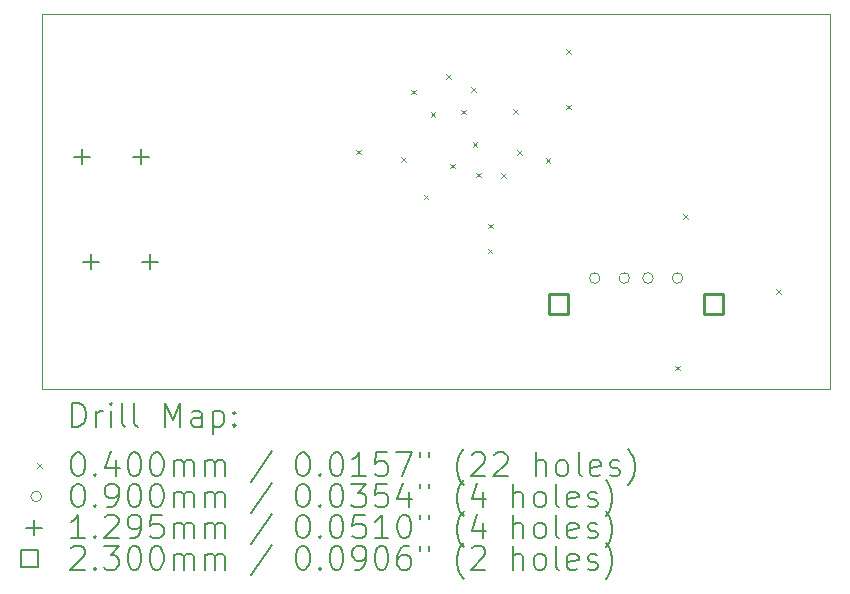
<source format=gbr>
%TF.GenerationSoftware,KiCad,Pcbnew,7.0.10*%
%TF.CreationDate,2024-02-24T17:00:36-05:00*%
%TF.ProjectId,main_buck_board,6d61696e-5f62-4756-936b-5f626f617264,rev?*%
%TF.SameCoordinates,Original*%
%TF.FileFunction,Drillmap*%
%TF.FilePolarity,Positive*%
%FSLAX45Y45*%
G04 Gerber Fmt 4.5, Leading zero omitted, Abs format (unit mm)*
G04 Created by KiCad (PCBNEW 7.0.10) date 2024-02-24 17:00:36*
%MOMM*%
%LPD*%
G01*
G04 APERTURE LIST*
%ADD10C,0.100000*%
%ADD11C,0.200000*%
%ADD12C,0.129540*%
%ADD13C,0.230000*%
G04 APERTURE END LIST*
D10*
X14339250Y-9398000D02*
X21006750Y-9398000D01*
X21006750Y-12573000D01*
X14339250Y-12573000D01*
X14339250Y-9398000D01*
D11*
D10*
X16998000Y-10546400D02*
X17038000Y-10586400D01*
X17038000Y-10546400D02*
X16998000Y-10586400D01*
X17379000Y-10609900D02*
X17419000Y-10649900D01*
X17419000Y-10609900D02*
X17379000Y-10649900D01*
X17462820Y-10038400D02*
X17502820Y-10078400D01*
X17502820Y-10038400D02*
X17462820Y-10078400D01*
X17569500Y-10927400D02*
X17609500Y-10967400D01*
X17609500Y-10927400D02*
X17569500Y-10967400D01*
X17627121Y-10227442D02*
X17667121Y-10267442D01*
X17667121Y-10227442D02*
X17627121Y-10267442D01*
X17757460Y-9908860D02*
X17797460Y-9948860D01*
X17797460Y-9908860D02*
X17757460Y-9948860D01*
X17793020Y-10663240D02*
X17833020Y-10703240D01*
X17833020Y-10663240D02*
X17793020Y-10703240D01*
X17884110Y-10206390D02*
X17924110Y-10246390D01*
X17924110Y-10206390D02*
X17884110Y-10246390D01*
X17968280Y-10018080D02*
X18008280Y-10058080D01*
X18008280Y-10018080D02*
X17968280Y-10058080D01*
X17984750Y-10482900D02*
X18024750Y-10522900D01*
X18024750Y-10482900D02*
X17984750Y-10522900D01*
X18011460Y-10739440D02*
X18051460Y-10779440D01*
X18051460Y-10739440D02*
X18011460Y-10779440D01*
X18110520Y-11384600D02*
X18150520Y-11424600D01*
X18150520Y-11384600D02*
X18110520Y-11424600D01*
X18113060Y-11171240D02*
X18153060Y-11211240D01*
X18153060Y-11171240D02*
X18113060Y-11211240D01*
X18224820Y-10741980D02*
X18264820Y-10781980D01*
X18264820Y-10741980D02*
X18224820Y-10781980D01*
X18327914Y-10200824D02*
X18367914Y-10240824D01*
X18367914Y-10200824D02*
X18327914Y-10240824D01*
X18359250Y-10552500D02*
X18399250Y-10592500D01*
X18399250Y-10552500D02*
X18359250Y-10592500D01*
X18600740Y-10620060D02*
X18640740Y-10660060D01*
X18640740Y-10620060D02*
X18600740Y-10660060D01*
X18776000Y-9695500D02*
X18816000Y-9735500D01*
X18816000Y-9695500D02*
X18776000Y-9735500D01*
X18776000Y-10165400D02*
X18816000Y-10205400D01*
X18816000Y-10165400D02*
X18776000Y-10205400D01*
X19697500Y-12374500D02*
X19737500Y-12414500D01*
X19737500Y-12374500D02*
X19697500Y-12414500D01*
X19764000Y-11092500D02*
X19804000Y-11132500D01*
X19804000Y-11092500D02*
X19764000Y-11132500D01*
X20554000Y-11727500D02*
X20594000Y-11767500D01*
X20594000Y-11727500D02*
X20554000Y-11767500D01*
X19062500Y-11632500D02*
G75*
G03*
X18972500Y-11632500I-45000J0D01*
G01*
X18972500Y-11632500D02*
G75*
G03*
X19062500Y-11632500I45000J0D01*
G01*
X19312500Y-11632500D02*
G75*
G03*
X19222500Y-11632500I-45000J0D01*
G01*
X19222500Y-11632500D02*
G75*
G03*
X19312500Y-11632500I45000J0D01*
G01*
X19512500Y-11632500D02*
G75*
G03*
X19422500Y-11632500I-45000J0D01*
G01*
X19422500Y-11632500D02*
G75*
G03*
X19512500Y-11632500I45000J0D01*
G01*
X19762500Y-11632500D02*
G75*
G03*
X19672500Y-11632500I-45000J0D01*
G01*
X19672500Y-11632500D02*
G75*
G03*
X19762500Y-11632500I45000J0D01*
G01*
D12*
X14676500Y-10539730D02*
X14676500Y-10669270D01*
X14611730Y-10604500D02*
X14741270Y-10604500D01*
X14752510Y-11428730D02*
X14752510Y-11558270D01*
X14687740Y-11493500D02*
X14817280Y-11493500D01*
X15176500Y-10539730D02*
X15176500Y-10669270D01*
X15111730Y-10604500D02*
X15241270Y-10604500D01*
X15252510Y-11428730D02*
X15252510Y-11558270D01*
X15187740Y-11493500D02*
X15317280Y-11493500D01*
D13*
X18791818Y-11933818D02*
X18791818Y-11771182D01*
X18629182Y-11771182D01*
X18629182Y-11933818D01*
X18791818Y-11933818D01*
X20105818Y-11933818D02*
X20105818Y-11771182D01*
X19943182Y-11771182D01*
X19943182Y-11933818D01*
X20105818Y-11933818D01*
D11*
X14595027Y-12889484D02*
X14595027Y-12689484D01*
X14595027Y-12689484D02*
X14642646Y-12689484D01*
X14642646Y-12689484D02*
X14671217Y-12699008D01*
X14671217Y-12699008D02*
X14690265Y-12718055D01*
X14690265Y-12718055D02*
X14699789Y-12737103D01*
X14699789Y-12737103D02*
X14709312Y-12775198D01*
X14709312Y-12775198D02*
X14709312Y-12803769D01*
X14709312Y-12803769D02*
X14699789Y-12841865D01*
X14699789Y-12841865D02*
X14690265Y-12860912D01*
X14690265Y-12860912D02*
X14671217Y-12879960D01*
X14671217Y-12879960D02*
X14642646Y-12889484D01*
X14642646Y-12889484D02*
X14595027Y-12889484D01*
X14795027Y-12889484D02*
X14795027Y-12756150D01*
X14795027Y-12794246D02*
X14804551Y-12775198D01*
X14804551Y-12775198D02*
X14814074Y-12765674D01*
X14814074Y-12765674D02*
X14833122Y-12756150D01*
X14833122Y-12756150D02*
X14852170Y-12756150D01*
X14918836Y-12889484D02*
X14918836Y-12756150D01*
X14918836Y-12689484D02*
X14909312Y-12699008D01*
X14909312Y-12699008D02*
X14918836Y-12708531D01*
X14918836Y-12708531D02*
X14928360Y-12699008D01*
X14928360Y-12699008D02*
X14918836Y-12689484D01*
X14918836Y-12689484D02*
X14918836Y-12708531D01*
X15042646Y-12889484D02*
X15023598Y-12879960D01*
X15023598Y-12879960D02*
X15014074Y-12860912D01*
X15014074Y-12860912D02*
X15014074Y-12689484D01*
X15147408Y-12889484D02*
X15128360Y-12879960D01*
X15128360Y-12879960D02*
X15118836Y-12860912D01*
X15118836Y-12860912D02*
X15118836Y-12689484D01*
X15375979Y-12889484D02*
X15375979Y-12689484D01*
X15375979Y-12689484D02*
X15442646Y-12832341D01*
X15442646Y-12832341D02*
X15509312Y-12689484D01*
X15509312Y-12689484D02*
X15509312Y-12889484D01*
X15690265Y-12889484D02*
X15690265Y-12784722D01*
X15690265Y-12784722D02*
X15680741Y-12765674D01*
X15680741Y-12765674D02*
X15661693Y-12756150D01*
X15661693Y-12756150D02*
X15623598Y-12756150D01*
X15623598Y-12756150D02*
X15604551Y-12765674D01*
X15690265Y-12879960D02*
X15671217Y-12889484D01*
X15671217Y-12889484D02*
X15623598Y-12889484D01*
X15623598Y-12889484D02*
X15604551Y-12879960D01*
X15604551Y-12879960D02*
X15595027Y-12860912D01*
X15595027Y-12860912D02*
X15595027Y-12841865D01*
X15595027Y-12841865D02*
X15604551Y-12822817D01*
X15604551Y-12822817D02*
X15623598Y-12813293D01*
X15623598Y-12813293D02*
X15671217Y-12813293D01*
X15671217Y-12813293D02*
X15690265Y-12803769D01*
X15785503Y-12756150D02*
X15785503Y-12956150D01*
X15785503Y-12765674D02*
X15804551Y-12756150D01*
X15804551Y-12756150D02*
X15842646Y-12756150D01*
X15842646Y-12756150D02*
X15861693Y-12765674D01*
X15861693Y-12765674D02*
X15871217Y-12775198D01*
X15871217Y-12775198D02*
X15880741Y-12794246D01*
X15880741Y-12794246D02*
X15880741Y-12851388D01*
X15880741Y-12851388D02*
X15871217Y-12870436D01*
X15871217Y-12870436D02*
X15861693Y-12879960D01*
X15861693Y-12879960D02*
X15842646Y-12889484D01*
X15842646Y-12889484D02*
X15804551Y-12889484D01*
X15804551Y-12889484D02*
X15785503Y-12879960D01*
X15966455Y-12870436D02*
X15975979Y-12879960D01*
X15975979Y-12879960D02*
X15966455Y-12889484D01*
X15966455Y-12889484D02*
X15956932Y-12879960D01*
X15956932Y-12879960D02*
X15966455Y-12870436D01*
X15966455Y-12870436D02*
X15966455Y-12889484D01*
X15966455Y-12765674D02*
X15975979Y-12775198D01*
X15975979Y-12775198D02*
X15966455Y-12784722D01*
X15966455Y-12784722D02*
X15956932Y-12775198D01*
X15956932Y-12775198D02*
X15966455Y-12765674D01*
X15966455Y-12765674D02*
X15966455Y-12784722D01*
D10*
X14294250Y-13198000D02*
X14334250Y-13238000D01*
X14334250Y-13198000D02*
X14294250Y-13238000D01*
D11*
X14633122Y-13109484D02*
X14652170Y-13109484D01*
X14652170Y-13109484D02*
X14671217Y-13119008D01*
X14671217Y-13119008D02*
X14680741Y-13128531D01*
X14680741Y-13128531D02*
X14690265Y-13147579D01*
X14690265Y-13147579D02*
X14699789Y-13185674D01*
X14699789Y-13185674D02*
X14699789Y-13233293D01*
X14699789Y-13233293D02*
X14690265Y-13271388D01*
X14690265Y-13271388D02*
X14680741Y-13290436D01*
X14680741Y-13290436D02*
X14671217Y-13299960D01*
X14671217Y-13299960D02*
X14652170Y-13309484D01*
X14652170Y-13309484D02*
X14633122Y-13309484D01*
X14633122Y-13309484D02*
X14614074Y-13299960D01*
X14614074Y-13299960D02*
X14604551Y-13290436D01*
X14604551Y-13290436D02*
X14595027Y-13271388D01*
X14595027Y-13271388D02*
X14585503Y-13233293D01*
X14585503Y-13233293D02*
X14585503Y-13185674D01*
X14585503Y-13185674D02*
X14595027Y-13147579D01*
X14595027Y-13147579D02*
X14604551Y-13128531D01*
X14604551Y-13128531D02*
X14614074Y-13119008D01*
X14614074Y-13119008D02*
X14633122Y-13109484D01*
X14785503Y-13290436D02*
X14795027Y-13299960D01*
X14795027Y-13299960D02*
X14785503Y-13309484D01*
X14785503Y-13309484D02*
X14775979Y-13299960D01*
X14775979Y-13299960D02*
X14785503Y-13290436D01*
X14785503Y-13290436D02*
X14785503Y-13309484D01*
X14966455Y-13176150D02*
X14966455Y-13309484D01*
X14918836Y-13099960D02*
X14871217Y-13242817D01*
X14871217Y-13242817D02*
X14995027Y-13242817D01*
X15109312Y-13109484D02*
X15128360Y-13109484D01*
X15128360Y-13109484D02*
X15147408Y-13119008D01*
X15147408Y-13119008D02*
X15156932Y-13128531D01*
X15156932Y-13128531D02*
X15166455Y-13147579D01*
X15166455Y-13147579D02*
X15175979Y-13185674D01*
X15175979Y-13185674D02*
X15175979Y-13233293D01*
X15175979Y-13233293D02*
X15166455Y-13271388D01*
X15166455Y-13271388D02*
X15156932Y-13290436D01*
X15156932Y-13290436D02*
X15147408Y-13299960D01*
X15147408Y-13299960D02*
X15128360Y-13309484D01*
X15128360Y-13309484D02*
X15109312Y-13309484D01*
X15109312Y-13309484D02*
X15090265Y-13299960D01*
X15090265Y-13299960D02*
X15080741Y-13290436D01*
X15080741Y-13290436D02*
X15071217Y-13271388D01*
X15071217Y-13271388D02*
X15061693Y-13233293D01*
X15061693Y-13233293D02*
X15061693Y-13185674D01*
X15061693Y-13185674D02*
X15071217Y-13147579D01*
X15071217Y-13147579D02*
X15080741Y-13128531D01*
X15080741Y-13128531D02*
X15090265Y-13119008D01*
X15090265Y-13119008D02*
X15109312Y-13109484D01*
X15299789Y-13109484D02*
X15318836Y-13109484D01*
X15318836Y-13109484D02*
X15337884Y-13119008D01*
X15337884Y-13119008D02*
X15347408Y-13128531D01*
X15347408Y-13128531D02*
X15356932Y-13147579D01*
X15356932Y-13147579D02*
X15366455Y-13185674D01*
X15366455Y-13185674D02*
X15366455Y-13233293D01*
X15366455Y-13233293D02*
X15356932Y-13271388D01*
X15356932Y-13271388D02*
X15347408Y-13290436D01*
X15347408Y-13290436D02*
X15337884Y-13299960D01*
X15337884Y-13299960D02*
X15318836Y-13309484D01*
X15318836Y-13309484D02*
X15299789Y-13309484D01*
X15299789Y-13309484D02*
X15280741Y-13299960D01*
X15280741Y-13299960D02*
X15271217Y-13290436D01*
X15271217Y-13290436D02*
X15261693Y-13271388D01*
X15261693Y-13271388D02*
X15252170Y-13233293D01*
X15252170Y-13233293D02*
X15252170Y-13185674D01*
X15252170Y-13185674D02*
X15261693Y-13147579D01*
X15261693Y-13147579D02*
X15271217Y-13128531D01*
X15271217Y-13128531D02*
X15280741Y-13119008D01*
X15280741Y-13119008D02*
X15299789Y-13109484D01*
X15452170Y-13309484D02*
X15452170Y-13176150D01*
X15452170Y-13195198D02*
X15461693Y-13185674D01*
X15461693Y-13185674D02*
X15480741Y-13176150D01*
X15480741Y-13176150D02*
X15509313Y-13176150D01*
X15509313Y-13176150D02*
X15528360Y-13185674D01*
X15528360Y-13185674D02*
X15537884Y-13204722D01*
X15537884Y-13204722D02*
X15537884Y-13309484D01*
X15537884Y-13204722D02*
X15547408Y-13185674D01*
X15547408Y-13185674D02*
X15566455Y-13176150D01*
X15566455Y-13176150D02*
X15595027Y-13176150D01*
X15595027Y-13176150D02*
X15614074Y-13185674D01*
X15614074Y-13185674D02*
X15623598Y-13204722D01*
X15623598Y-13204722D02*
X15623598Y-13309484D01*
X15718836Y-13309484D02*
X15718836Y-13176150D01*
X15718836Y-13195198D02*
X15728360Y-13185674D01*
X15728360Y-13185674D02*
X15747408Y-13176150D01*
X15747408Y-13176150D02*
X15775979Y-13176150D01*
X15775979Y-13176150D02*
X15795027Y-13185674D01*
X15795027Y-13185674D02*
X15804551Y-13204722D01*
X15804551Y-13204722D02*
X15804551Y-13309484D01*
X15804551Y-13204722D02*
X15814074Y-13185674D01*
X15814074Y-13185674D02*
X15833122Y-13176150D01*
X15833122Y-13176150D02*
X15861693Y-13176150D01*
X15861693Y-13176150D02*
X15880741Y-13185674D01*
X15880741Y-13185674D02*
X15890265Y-13204722D01*
X15890265Y-13204722D02*
X15890265Y-13309484D01*
X16280741Y-13099960D02*
X16109313Y-13357103D01*
X16537884Y-13109484D02*
X16556932Y-13109484D01*
X16556932Y-13109484D02*
X16575979Y-13119008D01*
X16575979Y-13119008D02*
X16585503Y-13128531D01*
X16585503Y-13128531D02*
X16595027Y-13147579D01*
X16595027Y-13147579D02*
X16604551Y-13185674D01*
X16604551Y-13185674D02*
X16604551Y-13233293D01*
X16604551Y-13233293D02*
X16595027Y-13271388D01*
X16595027Y-13271388D02*
X16585503Y-13290436D01*
X16585503Y-13290436D02*
X16575979Y-13299960D01*
X16575979Y-13299960D02*
X16556932Y-13309484D01*
X16556932Y-13309484D02*
X16537884Y-13309484D01*
X16537884Y-13309484D02*
X16518836Y-13299960D01*
X16518836Y-13299960D02*
X16509313Y-13290436D01*
X16509313Y-13290436D02*
X16499789Y-13271388D01*
X16499789Y-13271388D02*
X16490265Y-13233293D01*
X16490265Y-13233293D02*
X16490265Y-13185674D01*
X16490265Y-13185674D02*
X16499789Y-13147579D01*
X16499789Y-13147579D02*
X16509313Y-13128531D01*
X16509313Y-13128531D02*
X16518836Y-13119008D01*
X16518836Y-13119008D02*
X16537884Y-13109484D01*
X16690265Y-13290436D02*
X16699789Y-13299960D01*
X16699789Y-13299960D02*
X16690265Y-13309484D01*
X16690265Y-13309484D02*
X16680741Y-13299960D01*
X16680741Y-13299960D02*
X16690265Y-13290436D01*
X16690265Y-13290436D02*
X16690265Y-13309484D01*
X16823598Y-13109484D02*
X16842646Y-13109484D01*
X16842646Y-13109484D02*
X16861694Y-13119008D01*
X16861694Y-13119008D02*
X16871218Y-13128531D01*
X16871218Y-13128531D02*
X16880741Y-13147579D01*
X16880741Y-13147579D02*
X16890265Y-13185674D01*
X16890265Y-13185674D02*
X16890265Y-13233293D01*
X16890265Y-13233293D02*
X16880741Y-13271388D01*
X16880741Y-13271388D02*
X16871218Y-13290436D01*
X16871218Y-13290436D02*
X16861694Y-13299960D01*
X16861694Y-13299960D02*
X16842646Y-13309484D01*
X16842646Y-13309484D02*
X16823598Y-13309484D01*
X16823598Y-13309484D02*
X16804551Y-13299960D01*
X16804551Y-13299960D02*
X16795027Y-13290436D01*
X16795027Y-13290436D02*
X16785503Y-13271388D01*
X16785503Y-13271388D02*
X16775979Y-13233293D01*
X16775979Y-13233293D02*
X16775979Y-13185674D01*
X16775979Y-13185674D02*
X16785503Y-13147579D01*
X16785503Y-13147579D02*
X16795027Y-13128531D01*
X16795027Y-13128531D02*
X16804551Y-13119008D01*
X16804551Y-13119008D02*
X16823598Y-13109484D01*
X17080741Y-13309484D02*
X16966456Y-13309484D01*
X17023598Y-13309484D02*
X17023598Y-13109484D01*
X17023598Y-13109484D02*
X17004551Y-13138055D01*
X17004551Y-13138055D02*
X16985503Y-13157103D01*
X16985503Y-13157103D02*
X16966456Y-13166627D01*
X17261694Y-13109484D02*
X17166456Y-13109484D01*
X17166456Y-13109484D02*
X17156932Y-13204722D01*
X17156932Y-13204722D02*
X17166456Y-13195198D01*
X17166456Y-13195198D02*
X17185503Y-13185674D01*
X17185503Y-13185674D02*
X17233122Y-13185674D01*
X17233122Y-13185674D02*
X17252170Y-13195198D01*
X17252170Y-13195198D02*
X17261694Y-13204722D01*
X17261694Y-13204722D02*
X17271218Y-13223769D01*
X17271218Y-13223769D02*
X17271218Y-13271388D01*
X17271218Y-13271388D02*
X17261694Y-13290436D01*
X17261694Y-13290436D02*
X17252170Y-13299960D01*
X17252170Y-13299960D02*
X17233122Y-13309484D01*
X17233122Y-13309484D02*
X17185503Y-13309484D01*
X17185503Y-13309484D02*
X17166456Y-13299960D01*
X17166456Y-13299960D02*
X17156932Y-13290436D01*
X17337884Y-13109484D02*
X17471218Y-13109484D01*
X17471218Y-13109484D02*
X17385503Y-13309484D01*
X17537884Y-13109484D02*
X17537884Y-13147579D01*
X17614075Y-13109484D02*
X17614075Y-13147579D01*
X17909313Y-13385674D02*
X17899789Y-13376150D01*
X17899789Y-13376150D02*
X17880741Y-13347579D01*
X17880741Y-13347579D02*
X17871218Y-13328531D01*
X17871218Y-13328531D02*
X17861694Y-13299960D01*
X17861694Y-13299960D02*
X17852170Y-13252341D01*
X17852170Y-13252341D02*
X17852170Y-13214246D01*
X17852170Y-13214246D02*
X17861694Y-13166627D01*
X17861694Y-13166627D02*
X17871218Y-13138055D01*
X17871218Y-13138055D02*
X17880741Y-13119008D01*
X17880741Y-13119008D02*
X17899789Y-13090436D01*
X17899789Y-13090436D02*
X17909313Y-13080912D01*
X17975980Y-13128531D02*
X17985503Y-13119008D01*
X17985503Y-13119008D02*
X18004551Y-13109484D01*
X18004551Y-13109484D02*
X18052170Y-13109484D01*
X18052170Y-13109484D02*
X18071218Y-13119008D01*
X18071218Y-13119008D02*
X18080741Y-13128531D01*
X18080741Y-13128531D02*
X18090265Y-13147579D01*
X18090265Y-13147579D02*
X18090265Y-13166627D01*
X18090265Y-13166627D02*
X18080741Y-13195198D01*
X18080741Y-13195198D02*
X17966456Y-13309484D01*
X17966456Y-13309484D02*
X18090265Y-13309484D01*
X18166456Y-13128531D02*
X18175980Y-13119008D01*
X18175980Y-13119008D02*
X18195027Y-13109484D01*
X18195027Y-13109484D02*
X18242646Y-13109484D01*
X18242646Y-13109484D02*
X18261694Y-13119008D01*
X18261694Y-13119008D02*
X18271218Y-13128531D01*
X18271218Y-13128531D02*
X18280741Y-13147579D01*
X18280741Y-13147579D02*
X18280741Y-13166627D01*
X18280741Y-13166627D02*
X18271218Y-13195198D01*
X18271218Y-13195198D02*
X18156932Y-13309484D01*
X18156932Y-13309484D02*
X18280741Y-13309484D01*
X18518837Y-13309484D02*
X18518837Y-13109484D01*
X18604551Y-13309484D02*
X18604551Y-13204722D01*
X18604551Y-13204722D02*
X18595027Y-13185674D01*
X18595027Y-13185674D02*
X18575980Y-13176150D01*
X18575980Y-13176150D02*
X18547408Y-13176150D01*
X18547408Y-13176150D02*
X18528361Y-13185674D01*
X18528361Y-13185674D02*
X18518837Y-13195198D01*
X18728361Y-13309484D02*
X18709313Y-13299960D01*
X18709313Y-13299960D02*
X18699789Y-13290436D01*
X18699789Y-13290436D02*
X18690265Y-13271388D01*
X18690265Y-13271388D02*
X18690265Y-13214246D01*
X18690265Y-13214246D02*
X18699789Y-13195198D01*
X18699789Y-13195198D02*
X18709313Y-13185674D01*
X18709313Y-13185674D02*
X18728361Y-13176150D01*
X18728361Y-13176150D02*
X18756932Y-13176150D01*
X18756932Y-13176150D02*
X18775980Y-13185674D01*
X18775980Y-13185674D02*
X18785503Y-13195198D01*
X18785503Y-13195198D02*
X18795027Y-13214246D01*
X18795027Y-13214246D02*
X18795027Y-13271388D01*
X18795027Y-13271388D02*
X18785503Y-13290436D01*
X18785503Y-13290436D02*
X18775980Y-13299960D01*
X18775980Y-13299960D02*
X18756932Y-13309484D01*
X18756932Y-13309484D02*
X18728361Y-13309484D01*
X18909313Y-13309484D02*
X18890265Y-13299960D01*
X18890265Y-13299960D02*
X18880742Y-13280912D01*
X18880742Y-13280912D02*
X18880742Y-13109484D01*
X19061694Y-13299960D02*
X19042646Y-13309484D01*
X19042646Y-13309484D02*
X19004551Y-13309484D01*
X19004551Y-13309484D02*
X18985503Y-13299960D01*
X18985503Y-13299960D02*
X18975980Y-13280912D01*
X18975980Y-13280912D02*
X18975980Y-13204722D01*
X18975980Y-13204722D02*
X18985503Y-13185674D01*
X18985503Y-13185674D02*
X19004551Y-13176150D01*
X19004551Y-13176150D02*
X19042646Y-13176150D01*
X19042646Y-13176150D02*
X19061694Y-13185674D01*
X19061694Y-13185674D02*
X19071218Y-13204722D01*
X19071218Y-13204722D02*
X19071218Y-13223769D01*
X19071218Y-13223769D02*
X18975980Y-13242817D01*
X19147408Y-13299960D02*
X19166456Y-13309484D01*
X19166456Y-13309484D02*
X19204551Y-13309484D01*
X19204551Y-13309484D02*
X19223599Y-13299960D01*
X19223599Y-13299960D02*
X19233123Y-13280912D01*
X19233123Y-13280912D02*
X19233123Y-13271388D01*
X19233123Y-13271388D02*
X19223599Y-13252341D01*
X19223599Y-13252341D02*
X19204551Y-13242817D01*
X19204551Y-13242817D02*
X19175980Y-13242817D01*
X19175980Y-13242817D02*
X19156932Y-13233293D01*
X19156932Y-13233293D02*
X19147408Y-13214246D01*
X19147408Y-13214246D02*
X19147408Y-13204722D01*
X19147408Y-13204722D02*
X19156932Y-13185674D01*
X19156932Y-13185674D02*
X19175980Y-13176150D01*
X19175980Y-13176150D02*
X19204551Y-13176150D01*
X19204551Y-13176150D02*
X19223599Y-13185674D01*
X19299789Y-13385674D02*
X19309313Y-13376150D01*
X19309313Y-13376150D02*
X19328361Y-13347579D01*
X19328361Y-13347579D02*
X19337884Y-13328531D01*
X19337884Y-13328531D02*
X19347408Y-13299960D01*
X19347408Y-13299960D02*
X19356932Y-13252341D01*
X19356932Y-13252341D02*
X19356932Y-13214246D01*
X19356932Y-13214246D02*
X19347408Y-13166627D01*
X19347408Y-13166627D02*
X19337884Y-13138055D01*
X19337884Y-13138055D02*
X19328361Y-13119008D01*
X19328361Y-13119008D02*
X19309313Y-13090436D01*
X19309313Y-13090436D02*
X19299789Y-13080912D01*
D10*
X14334250Y-13482000D02*
G75*
G03*
X14244250Y-13482000I-45000J0D01*
G01*
X14244250Y-13482000D02*
G75*
G03*
X14334250Y-13482000I45000J0D01*
G01*
D11*
X14633122Y-13373484D02*
X14652170Y-13373484D01*
X14652170Y-13373484D02*
X14671217Y-13383008D01*
X14671217Y-13383008D02*
X14680741Y-13392531D01*
X14680741Y-13392531D02*
X14690265Y-13411579D01*
X14690265Y-13411579D02*
X14699789Y-13449674D01*
X14699789Y-13449674D02*
X14699789Y-13497293D01*
X14699789Y-13497293D02*
X14690265Y-13535388D01*
X14690265Y-13535388D02*
X14680741Y-13554436D01*
X14680741Y-13554436D02*
X14671217Y-13563960D01*
X14671217Y-13563960D02*
X14652170Y-13573484D01*
X14652170Y-13573484D02*
X14633122Y-13573484D01*
X14633122Y-13573484D02*
X14614074Y-13563960D01*
X14614074Y-13563960D02*
X14604551Y-13554436D01*
X14604551Y-13554436D02*
X14595027Y-13535388D01*
X14595027Y-13535388D02*
X14585503Y-13497293D01*
X14585503Y-13497293D02*
X14585503Y-13449674D01*
X14585503Y-13449674D02*
X14595027Y-13411579D01*
X14595027Y-13411579D02*
X14604551Y-13392531D01*
X14604551Y-13392531D02*
X14614074Y-13383008D01*
X14614074Y-13383008D02*
X14633122Y-13373484D01*
X14785503Y-13554436D02*
X14795027Y-13563960D01*
X14795027Y-13563960D02*
X14785503Y-13573484D01*
X14785503Y-13573484D02*
X14775979Y-13563960D01*
X14775979Y-13563960D02*
X14785503Y-13554436D01*
X14785503Y-13554436D02*
X14785503Y-13573484D01*
X14890265Y-13573484D02*
X14928360Y-13573484D01*
X14928360Y-13573484D02*
X14947408Y-13563960D01*
X14947408Y-13563960D02*
X14956932Y-13554436D01*
X14956932Y-13554436D02*
X14975979Y-13525865D01*
X14975979Y-13525865D02*
X14985503Y-13487769D01*
X14985503Y-13487769D02*
X14985503Y-13411579D01*
X14985503Y-13411579D02*
X14975979Y-13392531D01*
X14975979Y-13392531D02*
X14966455Y-13383008D01*
X14966455Y-13383008D02*
X14947408Y-13373484D01*
X14947408Y-13373484D02*
X14909312Y-13373484D01*
X14909312Y-13373484D02*
X14890265Y-13383008D01*
X14890265Y-13383008D02*
X14880741Y-13392531D01*
X14880741Y-13392531D02*
X14871217Y-13411579D01*
X14871217Y-13411579D02*
X14871217Y-13459198D01*
X14871217Y-13459198D02*
X14880741Y-13478246D01*
X14880741Y-13478246D02*
X14890265Y-13487769D01*
X14890265Y-13487769D02*
X14909312Y-13497293D01*
X14909312Y-13497293D02*
X14947408Y-13497293D01*
X14947408Y-13497293D02*
X14966455Y-13487769D01*
X14966455Y-13487769D02*
X14975979Y-13478246D01*
X14975979Y-13478246D02*
X14985503Y-13459198D01*
X15109312Y-13373484D02*
X15128360Y-13373484D01*
X15128360Y-13373484D02*
X15147408Y-13383008D01*
X15147408Y-13383008D02*
X15156932Y-13392531D01*
X15156932Y-13392531D02*
X15166455Y-13411579D01*
X15166455Y-13411579D02*
X15175979Y-13449674D01*
X15175979Y-13449674D02*
X15175979Y-13497293D01*
X15175979Y-13497293D02*
X15166455Y-13535388D01*
X15166455Y-13535388D02*
X15156932Y-13554436D01*
X15156932Y-13554436D02*
X15147408Y-13563960D01*
X15147408Y-13563960D02*
X15128360Y-13573484D01*
X15128360Y-13573484D02*
X15109312Y-13573484D01*
X15109312Y-13573484D02*
X15090265Y-13563960D01*
X15090265Y-13563960D02*
X15080741Y-13554436D01*
X15080741Y-13554436D02*
X15071217Y-13535388D01*
X15071217Y-13535388D02*
X15061693Y-13497293D01*
X15061693Y-13497293D02*
X15061693Y-13449674D01*
X15061693Y-13449674D02*
X15071217Y-13411579D01*
X15071217Y-13411579D02*
X15080741Y-13392531D01*
X15080741Y-13392531D02*
X15090265Y-13383008D01*
X15090265Y-13383008D02*
X15109312Y-13373484D01*
X15299789Y-13373484D02*
X15318836Y-13373484D01*
X15318836Y-13373484D02*
X15337884Y-13383008D01*
X15337884Y-13383008D02*
X15347408Y-13392531D01*
X15347408Y-13392531D02*
X15356932Y-13411579D01*
X15356932Y-13411579D02*
X15366455Y-13449674D01*
X15366455Y-13449674D02*
X15366455Y-13497293D01*
X15366455Y-13497293D02*
X15356932Y-13535388D01*
X15356932Y-13535388D02*
X15347408Y-13554436D01*
X15347408Y-13554436D02*
X15337884Y-13563960D01*
X15337884Y-13563960D02*
X15318836Y-13573484D01*
X15318836Y-13573484D02*
X15299789Y-13573484D01*
X15299789Y-13573484D02*
X15280741Y-13563960D01*
X15280741Y-13563960D02*
X15271217Y-13554436D01*
X15271217Y-13554436D02*
X15261693Y-13535388D01*
X15261693Y-13535388D02*
X15252170Y-13497293D01*
X15252170Y-13497293D02*
X15252170Y-13449674D01*
X15252170Y-13449674D02*
X15261693Y-13411579D01*
X15261693Y-13411579D02*
X15271217Y-13392531D01*
X15271217Y-13392531D02*
X15280741Y-13383008D01*
X15280741Y-13383008D02*
X15299789Y-13373484D01*
X15452170Y-13573484D02*
X15452170Y-13440150D01*
X15452170Y-13459198D02*
X15461693Y-13449674D01*
X15461693Y-13449674D02*
X15480741Y-13440150D01*
X15480741Y-13440150D02*
X15509313Y-13440150D01*
X15509313Y-13440150D02*
X15528360Y-13449674D01*
X15528360Y-13449674D02*
X15537884Y-13468722D01*
X15537884Y-13468722D02*
X15537884Y-13573484D01*
X15537884Y-13468722D02*
X15547408Y-13449674D01*
X15547408Y-13449674D02*
X15566455Y-13440150D01*
X15566455Y-13440150D02*
X15595027Y-13440150D01*
X15595027Y-13440150D02*
X15614074Y-13449674D01*
X15614074Y-13449674D02*
X15623598Y-13468722D01*
X15623598Y-13468722D02*
X15623598Y-13573484D01*
X15718836Y-13573484D02*
X15718836Y-13440150D01*
X15718836Y-13459198D02*
X15728360Y-13449674D01*
X15728360Y-13449674D02*
X15747408Y-13440150D01*
X15747408Y-13440150D02*
X15775979Y-13440150D01*
X15775979Y-13440150D02*
X15795027Y-13449674D01*
X15795027Y-13449674D02*
X15804551Y-13468722D01*
X15804551Y-13468722D02*
X15804551Y-13573484D01*
X15804551Y-13468722D02*
X15814074Y-13449674D01*
X15814074Y-13449674D02*
X15833122Y-13440150D01*
X15833122Y-13440150D02*
X15861693Y-13440150D01*
X15861693Y-13440150D02*
X15880741Y-13449674D01*
X15880741Y-13449674D02*
X15890265Y-13468722D01*
X15890265Y-13468722D02*
X15890265Y-13573484D01*
X16280741Y-13363960D02*
X16109313Y-13621103D01*
X16537884Y-13373484D02*
X16556932Y-13373484D01*
X16556932Y-13373484D02*
X16575979Y-13383008D01*
X16575979Y-13383008D02*
X16585503Y-13392531D01*
X16585503Y-13392531D02*
X16595027Y-13411579D01*
X16595027Y-13411579D02*
X16604551Y-13449674D01*
X16604551Y-13449674D02*
X16604551Y-13497293D01*
X16604551Y-13497293D02*
X16595027Y-13535388D01*
X16595027Y-13535388D02*
X16585503Y-13554436D01*
X16585503Y-13554436D02*
X16575979Y-13563960D01*
X16575979Y-13563960D02*
X16556932Y-13573484D01*
X16556932Y-13573484D02*
X16537884Y-13573484D01*
X16537884Y-13573484D02*
X16518836Y-13563960D01*
X16518836Y-13563960D02*
X16509313Y-13554436D01*
X16509313Y-13554436D02*
X16499789Y-13535388D01*
X16499789Y-13535388D02*
X16490265Y-13497293D01*
X16490265Y-13497293D02*
X16490265Y-13449674D01*
X16490265Y-13449674D02*
X16499789Y-13411579D01*
X16499789Y-13411579D02*
X16509313Y-13392531D01*
X16509313Y-13392531D02*
X16518836Y-13383008D01*
X16518836Y-13383008D02*
X16537884Y-13373484D01*
X16690265Y-13554436D02*
X16699789Y-13563960D01*
X16699789Y-13563960D02*
X16690265Y-13573484D01*
X16690265Y-13573484D02*
X16680741Y-13563960D01*
X16680741Y-13563960D02*
X16690265Y-13554436D01*
X16690265Y-13554436D02*
X16690265Y-13573484D01*
X16823598Y-13373484D02*
X16842646Y-13373484D01*
X16842646Y-13373484D02*
X16861694Y-13383008D01*
X16861694Y-13383008D02*
X16871218Y-13392531D01*
X16871218Y-13392531D02*
X16880741Y-13411579D01*
X16880741Y-13411579D02*
X16890265Y-13449674D01*
X16890265Y-13449674D02*
X16890265Y-13497293D01*
X16890265Y-13497293D02*
X16880741Y-13535388D01*
X16880741Y-13535388D02*
X16871218Y-13554436D01*
X16871218Y-13554436D02*
X16861694Y-13563960D01*
X16861694Y-13563960D02*
X16842646Y-13573484D01*
X16842646Y-13573484D02*
X16823598Y-13573484D01*
X16823598Y-13573484D02*
X16804551Y-13563960D01*
X16804551Y-13563960D02*
X16795027Y-13554436D01*
X16795027Y-13554436D02*
X16785503Y-13535388D01*
X16785503Y-13535388D02*
X16775979Y-13497293D01*
X16775979Y-13497293D02*
X16775979Y-13449674D01*
X16775979Y-13449674D02*
X16785503Y-13411579D01*
X16785503Y-13411579D02*
X16795027Y-13392531D01*
X16795027Y-13392531D02*
X16804551Y-13383008D01*
X16804551Y-13383008D02*
X16823598Y-13373484D01*
X16956932Y-13373484D02*
X17080741Y-13373484D01*
X17080741Y-13373484D02*
X17014075Y-13449674D01*
X17014075Y-13449674D02*
X17042646Y-13449674D01*
X17042646Y-13449674D02*
X17061694Y-13459198D01*
X17061694Y-13459198D02*
X17071218Y-13468722D01*
X17071218Y-13468722D02*
X17080741Y-13487769D01*
X17080741Y-13487769D02*
X17080741Y-13535388D01*
X17080741Y-13535388D02*
X17071218Y-13554436D01*
X17071218Y-13554436D02*
X17061694Y-13563960D01*
X17061694Y-13563960D02*
X17042646Y-13573484D01*
X17042646Y-13573484D02*
X16985503Y-13573484D01*
X16985503Y-13573484D02*
X16966456Y-13563960D01*
X16966456Y-13563960D02*
X16956932Y-13554436D01*
X17261694Y-13373484D02*
X17166456Y-13373484D01*
X17166456Y-13373484D02*
X17156932Y-13468722D01*
X17156932Y-13468722D02*
X17166456Y-13459198D01*
X17166456Y-13459198D02*
X17185503Y-13449674D01*
X17185503Y-13449674D02*
X17233122Y-13449674D01*
X17233122Y-13449674D02*
X17252170Y-13459198D01*
X17252170Y-13459198D02*
X17261694Y-13468722D01*
X17261694Y-13468722D02*
X17271218Y-13487769D01*
X17271218Y-13487769D02*
X17271218Y-13535388D01*
X17271218Y-13535388D02*
X17261694Y-13554436D01*
X17261694Y-13554436D02*
X17252170Y-13563960D01*
X17252170Y-13563960D02*
X17233122Y-13573484D01*
X17233122Y-13573484D02*
X17185503Y-13573484D01*
X17185503Y-13573484D02*
X17166456Y-13563960D01*
X17166456Y-13563960D02*
X17156932Y-13554436D01*
X17442646Y-13440150D02*
X17442646Y-13573484D01*
X17395027Y-13363960D02*
X17347408Y-13506817D01*
X17347408Y-13506817D02*
X17471218Y-13506817D01*
X17537884Y-13373484D02*
X17537884Y-13411579D01*
X17614075Y-13373484D02*
X17614075Y-13411579D01*
X17909313Y-13649674D02*
X17899789Y-13640150D01*
X17899789Y-13640150D02*
X17880741Y-13611579D01*
X17880741Y-13611579D02*
X17871218Y-13592531D01*
X17871218Y-13592531D02*
X17861694Y-13563960D01*
X17861694Y-13563960D02*
X17852170Y-13516341D01*
X17852170Y-13516341D02*
X17852170Y-13478246D01*
X17852170Y-13478246D02*
X17861694Y-13430627D01*
X17861694Y-13430627D02*
X17871218Y-13402055D01*
X17871218Y-13402055D02*
X17880741Y-13383008D01*
X17880741Y-13383008D02*
X17899789Y-13354436D01*
X17899789Y-13354436D02*
X17909313Y-13344912D01*
X18071218Y-13440150D02*
X18071218Y-13573484D01*
X18023599Y-13363960D02*
X17975980Y-13506817D01*
X17975980Y-13506817D02*
X18099789Y-13506817D01*
X18328361Y-13573484D02*
X18328361Y-13373484D01*
X18414075Y-13573484D02*
X18414075Y-13468722D01*
X18414075Y-13468722D02*
X18404551Y-13449674D01*
X18404551Y-13449674D02*
X18385503Y-13440150D01*
X18385503Y-13440150D02*
X18356932Y-13440150D01*
X18356932Y-13440150D02*
X18337884Y-13449674D01*
X18337884Y-13449674D02*
X18328361Y-13459198D01*
X18537884Y-13573484D02*
X18518837Y-13563960D01*
X18518837Y-13563960D02*
X18509313Y-13554436D01*
X18509313Y-13554436D02*
X18499789Y-13535388D01*
X18499789Y-13535388D02*
X18499789Y-13478246D01*
X18499789Y-13478246D02*
X18509313Y-13459198D01*
X18509313Y-13459198D02*
X18518837Y-13449674D01*
X18518837Y-13449674D02*
X18537884Y-13440150D01*
X18537884Y-13440150D02*
X18566456Y-13440150D01*
X18566456Y-13440150D02*
X18585503Y-13449674D01*
X18585503Y-13449674D02*
X18595027Y-13459198D01*
X18595027Y-13459198D02*
X18604551Y-13478246D01*
X18604551Y-13478246D02*
X18604551Y-13535388D01*
X18604551Y-13535388D02*
X18595027Y-13554436D01*
X18595027Y-13554436D02*
X18585503Y-13563960D01*
X18585503Y-13563960D02*
X18566456Y-13573484D01*
X18566456Y-13573484D02*
X18537884Y-13573484D01*
X18718837Y-13573484D02*
X18699789Y-13563960D01*
X18699789Y-13563960D02*
X18690265Y-13544912D01*
X18690265Y-13544912D02*
X18690265Y-13373484D01*
X18871218Y-13563960D02*
X18852170Y-13573484D01*
X18852170Y-13573484D02*
X18814075Y-13573484D01*
X18814075Y-13573484D02*
X18795027Y-13563960D01*
X18795027Y-13563960D02*
X18785503Y-13544912D01*
X18785503Y-13544912D02*
X18785503Y-13468722D01*
X18785503Y-13468722D02*
X18795027Y-13449674D01*
X18795027Y-13449674D02*
X18814075Y-13440150D01*
X18814075Y-13440150D02*
X18852170Y-13440150D01*
X18852170Y-13440150D02*
X18871218Y-13449674D01*
X18871218Y-13449674D02*
X18880742Y-13468722D01*
X18880742Y-13468722D02*
X18880742Y-13487769D01*
X18880742Y-13487769D02*
X18785503Y-13506817D01*
X18956932Y-13563960D02*
X18975980Y-13573484D01*
X18975980Y-13573484D02*
X19014075Y-13573484D01*
X19014075Y-13573484D02*
X19033123Y-13563960D01*
X19033123Y-13563960D02*
X19042646Y-13544912D01*
X19042646Y-13544912D02*
X19042646Y-13535388D01*
X19042646Y-13535388D02*
X19033123Y-13516341D01*
X19033123Y-13516341D02*
X19014075Y-13506817D01*
X19014075Y-13506817D02*
X18985503Y-13506817D01*
X18985503Y-13506817D02*
X18966456Y-13497293D01*
X18966456Y-13497293D02*
X18956932Y-13478246D01*
X18956932Y-13478246D02*
X18956932Y-13468722D01*
X18956932Y-13468722D02*
X18966456Y-13449674D01*
X18966456Y-13449674D02*
X18985503Y-13440150D01*
X18985503Y-13440150D02*
X19014075Y-13440150D01*
X19014075Y-13440150D02*
X19033123Y-13449674D01*
X19109313Y-13649674D02*
X19118837Y-13640150D01*
X19118837Y-13640150D02*
X19137884Y-13611579D01*
X19137884Y-13611579D02*
X19147408Y-13592531D01*
X19147408Y-13592531D02*
X19156932Y-13563960D01*
X19156932Y-13563960D02*
X19166456Y-13516341D01*
X19166456Y-13516341D02*
X19166456Y-13478246D01*
X19166456Y-13478246D02*
X19156932Y-13430627D01*
X19156932Y-13430627D02*
X19147408Y-13402055D01*
X19147408Y-13402055D02*
X19137884Y-13383008D01*
X19137884Y-13383008D02*
X19118837Y-13354436D01*
X19118837Y-13354436D02*
X19109313Y-13344912D01*
D12*
X14269480Y-13681230D02*
X14269480Y-13810770D01*
X14204710Y-13746000D02*
X14334250Y-13746000D01*
D11*
X14699789Y-13837484D02*
X14585503Y-13837484D01*
X14642646Y-13837484D02*
X14642646Y-13637484D01*
X14642646Y-13637484D02*
X14623598Y-13666055D01*
X14623598Y-13666055D02*
X14604551Y-13685103D01*
X14604551Y-13685103D02*
X14585503Y-13694627D01*
X14785503Y-13818436D02*
X14795027Y-13827960D01*
X14795027Y-13827960D02*
X14785503Y-13837484D01*
X14785503Y-13837484D02*
X14775979Y-13827960D01*
X14775979Y-13827960D02*
X14785503Y-13818436D01*
X14785503Y-13818436D02*
X14785503Y-13837484D01*
X14871217Y-13656531D02*
X14880741Y-13647008D01*
X14880741Y-13647008D02*
X14899789Y-13637484D01*
X14899789Y-13637484D02*
X14947408Y-13637484D01*
X14947408Y-13637484D02*
X14966455Y-13647008D01*
X14966455Y-13647008D02*
X14975979Y-13656531D01*
X14975979Y-13656531D02*
X14985503Y-13675579D01*
X14985503Y-13675579D02*
X14985503Y-13694627D01*
X14985503Y-13694627D02*
X14975979Y-13723198D01*
X14975979Y-13723198D02*
X14861693Y-13837484D01*
X14861693Y-13837484D02*
X14985503Y-13837484D01*
X15080741Y-13837484D02*
X15118836Y-13837484D01*
X15118836Y-13837484D02*
X15137884Y-13827960D01*
X15137884Y-13827960D02*
X15147408Y-13818436D01*
X15147408Y-13818436D02*
X15166455Y-13789865D01*
X15166455Y-13789865D02*
X15175979Y-13751769D01*
X15175979Y-13751769D02*
X15175979Y-13675579D01*
X15175979Y-13675579D02*
X15166455Y-13656531D01*
X15166455Y-13656531D02*
X15156932Y-13647008D01*
X15156932Y-13647008D02*
X15137884Y-13637484D01*
X15137884Y-13637484D02*
X15099789Y-13637484D01*
X15099789Y-13637484D02*
X15080741Y-13647008D01*
X15080741Y-13647008D02*
X15071217Y-13656531D01*
X15071217Y-13656531D02*
X15061693Y-13675579D01*
X15061693Y-13675579D02*
X15061693Y-13723198D01*
X15061693Y-13723198D02*
X15071217Y-13742246D01*
X15071217Y-13742246D02*
X15080741Y-13751769D01*
X15080741Y-13751769D02*
X15099789Y-13761293D01*
X15099789Y-13761293D02*
X15137884Y-13761293D01*
X15137884Y-13761293D02*
X15156932Y-13751769D01*
X15156932Y-13751769D02*
X15166455Y-13742246D01*
X15166455Y-13742246D02*
X15175979Y-13723198D01*
X15356932Y-13637484D02*
X15261693Y-13637484D01*
X15261693Y-13637484D02*
X15252170Y-13732722D01*
X15252170Y-13732722D02*
X15261693Y-13723198D01*
X15261693Y-13723198D02*
X15280741Y-13713674D01*
X15280741Y-13713674D02*
X15328360Y-13713674D01*
X15328360Y-13713674D02*
X15347408Y-13723198D01*
X15347408Y-13723198D02*
X15356932Y-13732722D01*
X15356932Y-13732722D02*
X15366455Y-13751769D01*
X15366455Y-13751769D02*
X15366455Y-13799388D01*
X15366455Y-13799388D02*
X15356932Y-13818436D01*
X15356932Y-13818436D02*
X15347408Y-13827960D01*
X15347408Y-13827960D02*
X15328360Y-13837484D01*
X15328360Y-13837484D02*
X15280741Y-13837484D01*
X15280741Y-13837484D02*
X15261693Y-13827960D01*
X15261693Y-13827960D02*
X15252170Y-13818436D01*
X15452170Y-13837484D02*
X15452170Y-13704150D01*
X15452170Y-13723198D02*
X15461693Y-13713674D01*
X15461693Y-13713674D02*
X15480741Y-13704150D01*
X15480741Y-13704150D02*
X15509313Y-13704150D01*
X15509313Y-13704150D02*
X15528360Y-13713674D01*
X15528360Y-13713674D02*
X15537884Y-13732722D01*
X15537884Y-13732722D02*
X15537884Y-13837484D01*
X15537884Y-13732722D02*
X15547408Y-13713674D01*
X15547408Y-13713674D02*
X15566455Y-13704150D01*
X15566455Y-13704150D02*
X15595027Y-13704150D01*
X15595027Y-13704150D02*
X15614074Y-13713674D01*
X15614074Y-13713674D02*
X15623598Y-13732722D01*
X15623598Y-13732722D02*
X15623598Y-13837484D01*
X15718836Y-13837484D02*
X15718836Y-13704150D01*
X15718836Y-13723198D02*
X15728360Y-13713674D01*
X15728360Y-13713674D02*
X15747408Y-13704150D01*
X15747408Y-13704150D02*
X15775979Y-13704150D01*
X15775979Y-13704150D02*
X15795027Y-13713674D01*
X15795027Y-13713674D02*
X15804551Y-13732722D01*
X15804551Y-13732722D02*
X15804551Y-13837484D01*
X15804551Y-13732722D02*
X15814074Y-13713674D01*
X15814074Y-13713674D02*
X15833122Y-13704150D01*
X15833122Y-13704150D02*
X15861693Y-13704150D01*
X15861693Y-13704150D02*
X15880741Y-13713674D01*
X15880741Y-13713674D02*
X15890265Y-13732722D01*
X15890265Y-13732722D02*
X15890265Y-13837484D01*
X16280741Y-13627960D02*
X16109313Y-13885103D01*
X16537884Y-13637484D02*
X16556932Y-13637484D01*
X16556932Y-13637484D02*
X16575979Y-13647008D01*
X16575979Y-13647008D02*
X16585503Y-13656531D01*
X16585503Y-13656531D02*
X16595027Y-13675579D01*
X16595027Y-13675579D02*
X16604551Y-13713674D01*
X16604551Y-13713674D02*
X16604551Y-13761293D01*
X16604551Y-13761293D02*
X16595027Y-13799388D01*
X16595027Y-13799388D02*
X16585503Y-13818436D01*
X16585503Y-13818436D02*
X16575979Y-13827960D01*
X16575979Y-13827960D02*
X16556932Y-13837484D01*
X16556932Y-13837484D02*
X16537884Y-13837484D01*
X16537884Y-13837484D02*
X16518836Y-13827960D01*
X16518836Y-13827960D02*
X16509313Y-13818436D01*
X16509313Y-13818436D02*
X16499789Y-13799388D01*
X16499789Y-13799388D02*
X16490265Y-13761293D01*
X16490265Y-13761293D02*
X16490265Y-13713674D01*
X16490265Y-13713674D02*
X16499789Y-13675579D01*
X16499789Y-13675579D02*
X16509313Y-13656531D01*
X16509313Y-13656531D02*
X16518836Y-13647008D01*
X16518836Y-13647008D02*
X16537884Y-13637484D01*
X16690265Y-13818436D02*
X16699789Y-13827960D01*
X16699789Y-13827960D02*
X16690265Y-13837484D01*
X16690265Y-13837484D02*
X16680741Y-13827960D01*
X16680741Y-13827960D02*
X16690265Y-13818436D01*
X16690265Y-13818436D02*
X16690265Y-13837484D01*
X16823598Y-13637484D02*
X16842646Y-13637484D01*
X16842646Y-13637484D02*
X16861694Y-13647008D01*
X16861694Y-13647008D02*
X16871218Y-13656531D01*
X16871218Y-13656531D02*
X16880741Y-13675579D01*
X16880741Y-13675579D02*
X16890265Y-13713674D01*
X16890265Y-13713674D02*
X16890265Y-13761293D01*
X16890265Y-13761293D02*
X16880741Y-13799388D01*
X16880741Y-13799388D02*
X16871218Y-13818436D01*
X16871218Y-13818436D02*
X16861694Y-13827960D01*
X16861694Y-13827960D02*
X16842646Y-13837484D01*
X16842646Y-13837484D02*
X16823598Y-13837484D01*
X16823598Y-13837484D02*
X16804551Y-13827960D01*
X16804551Y-13827960D02*
X16795027Y-13818436D01*
X16795027Y-13818436D02*
X16785503Y-13799388D01*
X16785503Y-13799388D02*
X16775979Y-13761293D01*
X16775979Y-13761293D02*
X16775979Y-13713674D01*
X16775979Y-13713674D02*
X16785503Y-13675579D01*
X16785503Y-13675579D02*
X16795027Y-13656531D01*
X16795027Y-13656531D02*
X16804551Y-13647008D01*
X16804551Y-13647008D02*
X16823598Y-13637484D01*
X17071218Y-13637484D02*
X16975979Y-13637484D01*
X16975979Y-13637484D02*
X16966456Y-13732722D01*
X16966456Y-13732722D02*
X16975979Y-13723198D01*
X16975979Y-13723198D02*
X16995027Y-13713674D01*
X16995027Y-13713674D02*
X17042646Y-13713674D01*
X17042646Y-13713674D02*
X17061694Y-13723198D01*
X17061694Y-13723198D02*
X17071218Y-13732722D01*
X17071218Y-13732722D02*
X17080741Y-13751769D01*
X17080741Y-13751769D02*
X17080741Y-13799388D01*
X17080741Y-13799388D02*
X17071218Y-13818436D01*
X17071218Y-13818436D02*
X17061694Y-13827960D01*
X17061694Y-13827960D02*
X17042646Y-13837484D01*
X17042646Y-13837484D02*
X16995027Y-13837484D01*
X16995027Y-13837484D02*
X16975979Y-13827960D01*
X16975979Y-13827960D02*
X16966456Y-13818436D01*
X17271218Y-13837484D02*
X17156932Y-13837484D01*
X17214075Y-13837484D02*
X17214075Y-13637484D01*
X17214075Y-13637484D02*
X17195027Y-13666055D01*
X17195027Y-13666055D02*
X17175979Y-13685103D01*
X17175979Y-13685103D02*
X17156932Y-13694627D01*
X17395027Y-13637484D02*
X17414075Y-13637484D01*
X17414075Y-13637484D02*
X17433122Y-13647008D01*
X17433122Y-13647008D02*
X17442646Y-13656531D01*
X17442646Y-13656531D02*
X17452170Y-13675579D01*
X17452170Y-13675579D02*
X17461694Y-13713674D01*
X17461694Y-13713674D02*
X17461694Y-13761293D01*
X17461694Y-13761293D02*
X17452170Y-13799388D01*
X17452170Y-13799388D02*
X17442646Y-13818436D01*
X17442646Y-13818436D02*
X17433122Y-13827960D01*
X17433122Y-13827960D02*
X17414075Y-13837484D01*
X17414075Y-13837484D02*
X17395027Y-13837484D01*
X17395027Y-13837484D02*
X17375979Y-13827960D01*
X17375979Y-13827960D02*
X17366456Y-13818436D01*
X17366456Y-13818436D02*
X17356932Y-13799388D01*
X17356932Y-13799388D02*
X17347408Y-13761293D01*
X17347408Y-13761293D02*
X17347408Y-13713674D01*
X17347408Y-13713674D02*
X17356932Y-13675579D01*
X17356932Y-13675579D02*
X17366456Y-13656531D01*
X17366456Y-13656531D02*
X17375979Y-13647008D01*
X17375979Y-13647008D02*
X17395027Y-13637484D01*
X17537884Y-13637484D02*
X17537884Y-13675579D01*
X17614075Y-13637484D02*
X17614075Y-13675579D01*
X17909313Y-13913674D02*
X17899789Y-13904150D01*
X17899789Y-13904150D02*
X17880741Y-13875579D01*
X17880741Y-13875579D02*
X17871218Y-13856531D01*
X17871218Y-13856531D02*
X17861694Y-13827960D01*
X17861694Y-13827960D02*
X17852170Y-13780341D01*
X17852170Y-13780341D02*
X17852170Y-13742246D01*
X17852170Y-13742246D02*
X17861694Y-13694627D01*
X17861694Y-13694627D02*
X17871218Y-13666055D01*
X17871218Y-13666055D02*
X17880741Y-13647008D01*
X17880741Y-13647008D02*
X17899789Y-13618436D01*
X17899789Y-13618436D02*
X17909313Y-13608912D01*
X18071218Y-13704150D02*
X18071218Y-13837484D01*
X18023599Y-13627960D02*
X17975980Y-13770817D01*
X17975980Y-13770817D02*
X18099789Y-13770817D01*
X18328361Y-13837484D02*
X18328361Y-13637484D01*
X18414075Y-13837484D02*
X18414075Y-13732722D01*
X18414075Y-13732722D02*
X18404551Y-13713674D01*
X18404551Y-13713674D02*
X18385503Y-13704150D01*
X18385503Y-13704150D02*
X18356932Y-13704150D01*
X18356932Y-13704150D02*
X18337884Y-13713674D01*
X18337884Y-13713674D02*
X18328361Y-13723198D01*
X18537884Y-13837484D02*
X18518837Y-13827960D01*
X18518837Y-13827960D02*
X18509313Y-13818436D01*
X18509313Y-13818436D02*
X18499789Y-13799388D01*
X18499789Y-13799388D02*
X18499789Y-13742246D01*
X18499789Y-13742246D02*
X18509313Y-13723198D01*
X18509313Y-13723198D02*
X18518837Y-13713674D01*
X18518837Y-13713674D02*
X18537884Y-13704150D01*
X18537884Y-13704150D02*
X18566456Y-13704150D01*
X18566456Y-13704150D02*
X18585503Y-13713674D01*
X18585503Y-13713674D02*
X18595027Y-13723198D01*
X18595027Y-13723198D02*
X18604551Y-13742246D01*
X18604551Y-13742246D02*
X18604551Y-13799388D01*
X18604551Y-13799388D02*
X18595027Y-13818436D01*
X18595027Y-13818436D02*
X18585503Y-13827960D01*
X18585503Y-13827960D02*
X18566456Y-13837484D01*
X18566456Y-13837484D02*
X18537884Y-13837484D01*
X18718837Y-13837484D02*
X18699789Y-13827960D01*
X18699789Y-13827960D02*
X18690265Y-13808912D01*
X18690265Y-13808912D02*
X18690265Y-13637484D01*
X18871218Y-13827960D02*
X18852170Y-13837484D01*
X18852170Y-13837484D02*
X18814075Y-13837484D01*
X18814075Y-13837484D02*
X18795027Y-13827960D01*
X18795027Y-13827960D02*
X18785503Y-13808912D01*
X18785503Y-13808912D02*
X18785503Y-13732722D01*
X18785503Y-13732722D02*
X18795027Y-13713674D01*
X18795027Y-13713674D02*
X18814075Y-13704150D01*
X18814075Y-13704150D02*
X18852170Y-13704150D01*
X18852170Y-13704150D02*
X18871218Y-13713674D01*
X18871218Y-13713674D02*
X18880742Y-13732722D01*
X18880742Y-13732722D02*
X18880742Y-13751769D01*
X18880742Y-13751769D02*
X18785503Y-13770817D01*
X18956932Y-13827960D02*
X18975980Y-13837484D01*
X18975980Y-13837484D02*
X19014075Y-13837484D01*
X19014075Y-13837484D02*
X19033123Y-13827960D01*
X19033123Y-13827960D02*
X19042646Y-13808912D01*
X19042646Y-13808912D02*
X19042646Y-13799388D01*
X19042646Y-13799388D02*
X19033123Y-13780341D01*
X19033123Y-13780341D02*
X19014075Y-13770817D01*
X19014075Y-13770817D02*
X18985503Y-13770817D01*
X18985503Y-13770817D02*
X18966456Y-13761293D01*
X18966456Y-13761293D02*
X18956932Y-13742246D01*
X18956932Y-13742246D02*
X18956932Y-13732722D01*
X18956932Y-13732722D02*
X18966456Y-13713674D01*
X18966456Y-13713674D02*
X18985503Y-13704150D01*
X18985503Y-13704150D02*
X19014075Y-13704150D01*
X19014075Y-13704150D02*
X19033123Y-13713674D01*
X19109313Y-13913674D02*
X19118837Y-13904150D01*
X19118837Y-13904150D02*
X19137884Y-13875579D01*
X19137884Y-13875579D02*
X19147408Y-13856531D01*
X19147408Y-13856531D02*
X19156932Y-13827960D01*
X19156932Y-13827960D02*
X19166456Y-13780341D01*
X19166456Y-13780341D02*
X19166456Y-13742246D01*
X19166456Y-13742246D02*
X19156932Y-13694627D01*
X19156932Y-13694627D02*
X19147408Y-13666055D01*
X19147408Y-13666055D02*
X19137884Y-13647008D01*
X19137884Y-13647008D02*
X19118837Y-13618436D01*
X19118837Y-13618436D02*
X19109313Y-13608912D01*
X14304961Y-14080711D02*
X14304961Y-13939289D01*
X14163539Y-13939289D01*
X14163539Y-14080711D01*
X14304961Y-14080711D01*
X14585503Y-13920531D02*
X14595027Y-13911008D01*
X14595027Y-13911008D02*
X14614074Y-13901484D01*
X14614074Y-13901484D02*
X14661693Y-13901484D01*
X14661693Y-13901484D02*
X14680741Y-13911008D01*
X14680741Y-13911008D02*
X14690265Y-13920531D01*
X14690265Y-13920531D02*
X14699789Y-13939579D01*
X14699789Y-13939579D02*
X14699789Y-13958627D01*
X14699789Y-13958627D02*
X14690265Y-13987198D01*
X14690265Y-13987198D02*
X14575979Y-14101484D01*
X14575979Y-14101484D02*
X14699789Y-14101484D01*
X14785503Y-14082436D02*
X14795027Y-14091960D01*
X14795027Y-14091960D02*
X14785503Y-14101484D01*
X14785503Y-14101484D02*
X14775979Y-14091960D01*
X14775979Y-14091960D02*
X14785503Y-14082436D01*
X14785503Y-14082436D02*
X14785503Y-14101484D01*
X14861693Y-13901484D02*
X14985503Y-13901484D01*
X14985503Y-13901484D02*
X14918836Y-13977674D01*
X14918836Y-13977674D02*
X14947408Y-13977674D01*
X14947408Y-13977674D02*
X14966455Y-13987198D01*
X14966455Y-13987198D02*
X14975979Y-13996722D01*
X14975979Y-13996722D02*
X14985503Y-14015769D01*
X14985503Y-14015769D02*
X14985503Y-14063388D01*
X14985503Y-14063388D02*
X14975979Y-14082436D01*
X14975979Y-14082436D02*
X14966455Y-14091960D01*
X14966455Y-14091960D02*
X14947408Y-14101484D01*
X14947408Y-14101484D02*
X14890265Y-14101484D01*
X14890265Y-14101484D02*
X14871217Y-14091960D01*
X14871217Y-14091960D02*
X14861693Y-14082436D01*
X15109312Y-13901484D02*
X15128360Y-13901484D01*
X15128360Y-13901484D02*
X15147408Y-13911008D01*
X15147408Y-13911008D02*
X15156932Y-13920531D01*
X15156932Y-13920531D02*
X15166455Y-13939579D01*
X15166455Y-13939579D02*
X15175979Y-13977674D01*
X15175979Y-13977674D02*
X15175979Y-14025293D01*
X15175979Y-14025293D02*
X15166455Y-14063388D01*
X15166455Y-14063388D02*
X15156932Y-14082436D01*
X15156932Y-14082436D02*
X15147408Y-14091960D01*
X15147408Y-14091960D02*
X15128360Y-14101484D01*
X15128360Y-14101484D02*
X15109312Y-14101484D01*
X15109312Y-14101484D02*
X15090265Y-14091960D01*
X15090265Y-14091960D02*
X15080741Y-14082436D01*
X15080741Y-14082436D02*
X15071217Y-14063388D01*
X15071217Y-14063388D02*
X15061693Y-14025293D01*
X15061693Y-14025293D02*
X15061693Y-13977674D01*
X15061693Y-13977674D02*
X15071217Y-13939579D01*
X15071217Y-13939579D02*
X15080741Y-13920531D01*
X15080741Y-13920531D02*
X15090265Y-13911008D01*
X15090265Y-13911008D02*
X15109312Y-13901484D01*
X15299789Y-13901484D02*
X15318836Y-13901484D01*
X15318836Y-13901484D02*
X15337884Y-13911008D01*
X15337884Y-13911008D02*
X15347408Y-13920531D01*
X15347408Y-13920531D02*
X15356932Y-13939579D01*
X15356932Y-13939579D02*
X15366455Y-13977674D01*
X15366455Y-13977674D02*
X15366455Y-14025293D01*
X15366455Y-14025293D02*
X15356932Y-14063388D01*
X15356932Y-14063388D02*
X15347408Y-14082436D01*
X15347408Y-14082436D02*
X15337884Y-14091960D01*
X15337884Y-14091960D02*
X15318836Y-14101484D01*
X15318836Y-14101484D02*
X15299789Y-14101484D01*
X15299789Y-14101484D02*
X15280741Y-14091960D01*
X15280741Y-14091960D02*
X15271217Y-14082436D01*
X15271217Y-14082436D02*
X15261693Y-14063388D01*
X15261693Y-14063388D02*
X15252170Y-14025293D01*
X15252170Y-14025293D02*
X15252170Y-13977674D01*
X15252170Y-13977674D02*
X15261693Y-13939579D01*
X15261693Y-13939579D02*
X15271217Y-13920531D01*
X15271217Y-13920531D02*
X15280741Y-13911008D01*
X15280741Y-13911008D02*
X15299789Y-13901484D01*
X15452170Y-14101484D02*
X15452170Y-13968150D01*
X15452170Y-13987198D02*
X15461693Y-13977674D01*
X15461693Y-13977674D02*
X15480741Y-13968150D01*
X15480741Y-13968150D02*
X15509313Y-13968150D01*
X15509313Y-13968150D02*
X15528360Y-13977674D01*
X15528360Y-13977674D02*
X15537884Y-13996722D01*
X15537884Y-13996722D02*
X15537884Y-14101484D01*
X15537884Y-13996722D02*
X15547408Y-13977674D01*
X15547408Y-13977674D02*
X15566455Y-13968150D01*
X15566455Y-13968150D02*
X15595027Y-13968150D01*
X15595027Y-13968150D02*
X15614074Y-13977674D01*
X15614074Y-13977674D02*
X15623598Y-13996722D01*
X15623598Y-13996722D02*
X15623598Y-14101484D01*
X15718836Y-14101484D02*
X15718836Y-13968150D01*
X15718836Y-13987198D02*
X15728360Y-13977674D01*
X15728360Y-13977674D02*
X15747408Y-13968150D01*
X15747408Y-13968150D02*
X15775979Y-13968150D01*
X15775979Y-13968150D02*
X15795027Y-13977674D01*
X15795027Y-13977674D02*
X15804551Y-13996722D01*
X15804551Y-13996722D02*
X15804551Y-14101484D01*
X15804551Y-13996722D02*
X15814074Y-13977674D01*
X15814074Y-13977674D02*
X15833122Y-13968150D01*
X15833122Y-13968150D02*
X15861693Y-13968150D01*
X15861693Y-13968150D02*
X15880741Y-13977674D01*
X15880741Y-13977674D02*
X15890265Y-13996722D01*
X15890265Y-13996722D02*
X15890265Y-14101484D01*
X16280741Y-13891960D02*
X16109313Y-14149103D01*
X16537884Y-13901484D02*
X16556932Y-13901484D01*
X16556932Y-13901484D02*
X16575979Y-13911008D01*
X16575979Y-13911008D02*
X16585503Y-13920531D01*
X16585503Y-13920531D02*
X16595027Y-13939579D01*
X16595027Y-13939579D02*
X16604551Y-13977674D01*
X16604551Y-13977674D02*
X16604551Y-14025293D01*
X16604551Y-14025293D02*
X16595027Y-14063388D01*
X16595027Y-14063388D02*
X16585503Y-14082436D01*
X16585503Y-14082436D02*
X16575979Y-14091960D01*
X16575979Y-14091960D02*
X16556932Y-14101484D01*
X16556932Y-14101484D02*
X16537884Y-14101484D01*
X16537884Y-14101484D02*
X16518836Y-14091960D01*
X16518836Y-14091960D02*
X16509313Y-14082436D01*
X16509313Y-14082436D02*
X16499789Y-14063388D01*
X16499789Y-14063388D02*
X16490265Y-14025293D01*
X16490265Y-14025293D02*
X16490265Y-13977674D01*
X16490265Y-13977674D02*
X16499789Y-13939579D01*
X16499789Y-13939579D02*
X16509313Y-13920531D01*
X16509313Y-13920531D02*
X16518836Y-13911008D01*
X16518836Y-13911008D02*
X16537884Y-13901484D01*
X16690265Y-14082436D02*
X16699789Y-14091960D01*
X16699789Y-14091960D02*
X16690265Y-14101484D01*
X16690265Y-14101484D02*
X16680741Y-14091960D01*
X16680741Y-14091960D02*
X16690265Y-14082436D01*
X16690265Y-14082436D02*
X16690265Y-14101484D01*
X16823598Y-13901484D02*
X16842646Y-13901484D01*
X16842646Y-13901484D02*
X16861694Y-13911008D01*
X16861694Y-13911008D02*
X16871218Y-13920531D01*
X16871218Y-13920531D02*
X16880741Y-13939579D01*
X16880741Y-13939579D02*
X16890265Y-13977674D01*
X16890265Y-13977674D02*
X16890265Y-14025293D01*
X16890265Y-14025293D02*
X16880741Y-14063388D01*
X16880741Y-14063388D02*
X16871218Y-14082436D01*
X16871218Y-14082436D02*
X16861694Y-14091960D01*
X16861694Y-14091960D02*
X16842646Y-14101484D01*
X16842646Y-14101484D02*
X16823598Y-14101484D01*
X16823598Y-14101484D02*
X16804551Y-14091960D01*
X16804551Y-14091960D02*
X16795027Y-14082436D01*
X16795027Y-14082436D02*
X16785503Y-14063388D01*
X16785503Y-14063388D02*
X16775979Y-14025293D01*
X16775979Y-14025293D02*
X16775979Y-13977674D01*
X16775979Y-13977674D02*
X16785503Y-13939579D01*
X16785503Y-13939579D02*
X16795027Y-13920531D01*
X16795027Y-13920531D02*
X16804551Y-13911008D01*
X16804551Y-13911008D02*
X16823598Y-13901484D01*
X16985503Y-14101484D02*
X17023598Y-14101484D01*
X17023598Y-14101484D02*
X17042646Y-14091960D01*
X17042646Y-14091960D02*
X17052170Y-14082436D01*
X17052170Y-14082436D02*
X17071218Y-14053865D01*
X17071218Y-14053865D02*
X17080741Y-14015769D01*
X17080741Y-14015769D02*
X17080741Y-13939579D01*
X17080741Y-13939579D02*
X17071218Y-13920531D01*
X17071218Y-13920531D02*
X17061694Y-13911008D01*
X17061694Y-13911008D02*
X17042646Y-13901484D01*
X17042646Y-13901484D02*
X17004551Y-13901484D01*
X17004551Y-13901484D02*
X16985503Y-13911008D01*
X16985503Y-13911008D02*
X16975979Y-13920531D01*
X16975979Y-13920531D02*
X16966456Y-13939579D01*
X16966456Y-13939579D02*
X16966456Y-13987198D01*
X16966456Y-13987198D02*
X16975979Y-14006246D01*
X16975979Y-14006246D02*
X16985503Y-14015769D01*
X16985503Y-14015769D02*
X17004551Y-14025293D01*
X17004551Y-14025293D02*
X17042646Y-14025293D01*
X17042646Y-14025293D02*
X17061694Y-14015769D01*
X17061694Y-14015769D02*
X17071218Y-14006246D01*
X17071218Y-14006246D02*
X17080741Y-13987198D01*
X17204551Y-13901484D02*
X17223599Y-13901484D01*
X17223599Y-13901484D02*
X17242646Y-13911008D01*
X17242646Y-13911008D02*
X17252170Y-13920531D01*
X17252170Y-13920531D02*
X17261694Y-13939579D01*
X17261694Y-13939579D02*
X17271218Y-13977674D01*
X17271218Y-13977674D02*
X17271218Y-14025293D01*
X17271218Y-14025293D02*
X17261694Y-14063388D01*
X17261694Y-14063388D02*
X17252170Y-14082436D01*
X17252170Y-14082436D02*
X17242646Y-14091960D01*
X17242646Y-14091960D02*
X17223599Y-14101484D01*
X17223599Y-14101484D02*
X17204551Y-14101484D01*
X17204551Y-14101484D02*
X17185503Y-14091960D01*
X17185503Y-14091960D02*
X17175979Y-14082436D01*
X17175979Y-14082436D02*
X17166456Y-14063388D01*
X17166456Y-14063388D02*
X17156932Y-14025293D01*
X17156932Y-14025293D02*
X17156932Y-13977674D01*
X17156932Y-13977674D02*
X17166456Y-13939579D01*
X17166456Y-13939579D02*
X17175979Y-13920531D01*
X17175979Y-13920531D02*
X17185503Y-13911008D01*
X17185503Y-13911008D02*
X17204551Y-13901484D01*
X17442646Y-13901484D02*
X17404551Y-13901484D01*
X17404551Y-13901484D02*
X17385503Y-13911008D01*
X17385503Y-13911008D02*
X17375979Y-13920531D01*
X17375979Y-13920531D02*
X17356932Y-13949103D01*
X17356932Y-13949103D02*
X17347408Y-13987198D01*
X17347408Y-13987198D02*
X17347408Y-14063388D01*
X17347408Y-14063388D02*
X17356932Y-14082436D01*
X17356932Y-14082436D02*
X17366456Y-14091960D01*
X17366456Y-14091960D02*
X17385503Y-14101484D01*
X17385503Y-14101484D02*
X17423599Y-14101484D01*
X17423599Y-14101484D02*
X17442646Y-14091960D01*
X17442646Y-14091960D02*
X17452170Y-14082436D01*
X17452170Y-14082436D02*
X17461694Y-14063388D01*
X17461694Y-14063388D02*
X17461694Y-14015769D01*
X17461694Y-14015769D02*
X17452170Y-13996722D01*
X17452170Y-13996722D02*
X17442646Y-13987198D01*
X17442646Y-13987198D02*
X17423599Y-13977674D01*
X17423599Y-13977674D02*
X17385503Y-13977674D01*
X17385503Y-13977674D02*
X17366456Y-13987198D01*
X17366456Y-13987198D02*
X17356932Y-13996722D01*
X17356932Y-13996722D02*
X17347408Y-14015769D01*
X17537884Y-13901484D02*
X17537884Y-13939579D01*
X17614075Y-13901484D02*
X17614075Y-13939579D01*
X17909313Y-14177674D02*
X17899789Y-14168150D01*
X17899789Y-14168150D02*
X17880741Y-14139579D01*
X17880741Y-14139579D02*
X17871218Y-14120531D01*
X17871218Y-14120531D02*
X17861694Y-14091960D01*
X17861694Y-14091960D02*
X17852170Y-14044341D01*
X17852170Y-14044341D02*
X17852170Y-14006246D01*
X17852170Y-14006246D02*
X17861694Y-13958627D01*
X17861694Y-13958627D02*
X17871218Y-13930055D01*
X17871218Y-13930055D02*
X17880741Y-13911008D01*
X17880741Y-13911008D02*
X17899789Y-13882436D01*
X17899789Y-13882436D02*
X17909313Y-13872912D01*
X17975980Y-13920531D02*
X17985503Y-13911008D01*
X17985503Y-13911008D02*
X18004551Y-13901484D01*
X18004551Y-13901484D02*
X18052170Y-13901484D01*
X18052170Y-13901484D02*
X18071218Y-13911008D01*
X18071218Y-13911008D02*
X18080741Y-13920531D01*
X18080741Y-13920531D02*
X18090265Y-13939579D01*
X18090265Y-13939579D02*
X18090265Y-13958627D01*
X18090265Y-13958627D02*
X18080741Y-13987198D01*
X18080741Y-13987198D02*
X17966456Y-14101484D01*
X17966456Y-14101484D02*
X18090265Y-14101484D01*
X18328361Y-14101484D02*
X18328361Y-13901484D01*
X18414075Y-14101484D02*
X18414075Y-13996722D01*
X18414075Y-13996722D02*
X18404551Y-13977674D01*
X18404551Y-13977674D02*
X18385503Y-13968150D01*
X18385503Y-13968150D02*
X18356932Y-13968150D01*
X18356932Y-13968150D02*
X18337884Y-13977674D01*
X18337884Y-13977674D02*
X18328361Y-13987198D01*
X18537884Y-14101484D02*
X18518837Y-14091960D01*
X18518837Y-14091960D02*
X18509313Y-14082436D01*
X18509313Y-14082436D02*
X18499789Y-14063388D01*
X18499789Y-14063388D02*
X18499789Y-14006246D01*
X18499789Y-14006246D02*
X18509313Y-13987198D01*
X18509313Y-13987198D02*
X18518837Y-13977674D01*
X18518837Y-13977674D02*
X18537884Y-13968150D01*
X18537884Y-13968150D02*
X18566456Y-13968150D01*
X18566456Y-13968150D02*
X18585503Y-13977674D01*
X18585503Y-13977674D02*
X18595027Y-13987198D01*
X18595027Y-13987198D02*
X18604551Y-14006246D01*
X18604551Y-14006246D02*
X18604551Y-14063388D01*
X18604551Y-14063388D02*
X18595027Y-14082436D01*
X18595027Y-14082436D02*
X18585503Y-14091960D01*
X18585503Y-14091960D02*
X18566456Y-14101484D01*
X18566456Y-14101484D02*
X18537884Y-14101484D01*
X18718837Y-14101484D02*
X18699789Y-14091960D01*
X18699789Y-14091960D02*
X18690265Y-14072912D01*
X18690265Y-14072912D02*
X18690265Y-13901484D01*
X18871218Y-14091960D02*
X18852170Y-14101484D01*
X18852170Y-14101484D02*
X18814075Y-14101484D01*
X18814075Y-14101484D02*
X18795027Y-14091960D01*
X18795027Y-14091960D02*
X18785503Y-14072912D01*
X18785503Y-14072912D02*
X18785503Y-13996722D01*
X18785503Y-13996722D02*
X18795027Y-13977674D01*
X18795027Y-13977674D02*
X18814075Y-13968150D01*
X18814075Y-13968150D02*
X18852170Y-13968150D01*
X18852170Y-13968150D02*
X18871218Y-13977674D01*
X18871218Y-13977674D02*
X18880742Y-13996722D01*
X18880742Y-13996722D02*
X18880742Y-14015769D01*
X18880742Y-14015769D02*
X18785503Y-14034817D01*
X18956932Y-14091960D02*
X18975980Y-14101484D01*
X18975980Y-14101484D02*
X19014075Y-14101484D01*
X19014075Y-14101484D02*
X19033123Y-14091960D01*
X19033123Y-14091960D02*
X19042646Y-14072912D01*
X19042646Y-14072912D02*
X19042646Y-14063388D01*
X19042646Y-14063388D02*
X19033123Y-14044341D01*
X19033123Y-14044341D02*
X19014075Y-14034817D01*
X19014075Y-14034817D02*
X18985503Y-14034817D01*
X18985503Y-14034817D02*
X18966456Y-14025293D01*
X18966456Y-14025293D02*
X18956932Y-14006246D01*
X18956932Y-14006246D02*
X18956932Y-13996722D01*
X18956932Y-13996722D02*
X18966456Y-13977674D01*
X18966456Y-13977674D02*
X18985503Y-13968150D01*
X18985503Y-13968150D02*
X19014075Y-13968150D01*
X19014075Y-13968150D02*
X19033123Y-13977674D01*
X19109313Y-14177674D02*
X19118837Y-14168150D01*
X19118837Y-14168150D02*
X19137884Y-14139579D01*
X19137884Y-14139579D02*
X19147408Y-14120531D01*
X19147408Y-14120531D02*
X19156932Y-14091960D01*
X19156932Y-14091960D02*
X19166456Y-14044341D01*
X19166456Y-14044341D02*
X19166456Y-14006246D01*
X19166456Y-14006246D02*
X19156932Y-13958627D01*
X19156932Y-13958627D02*
X19147408Y-13930055D01*
X19147408Y-13930055D02*
X19137884Y-13911008D01*
X19137884Y-13911008D02*
X19118837Y-13882436D01*
X19118837Y-13882436D02*
X19109313Y-13872912D01*
M02*

</source>
